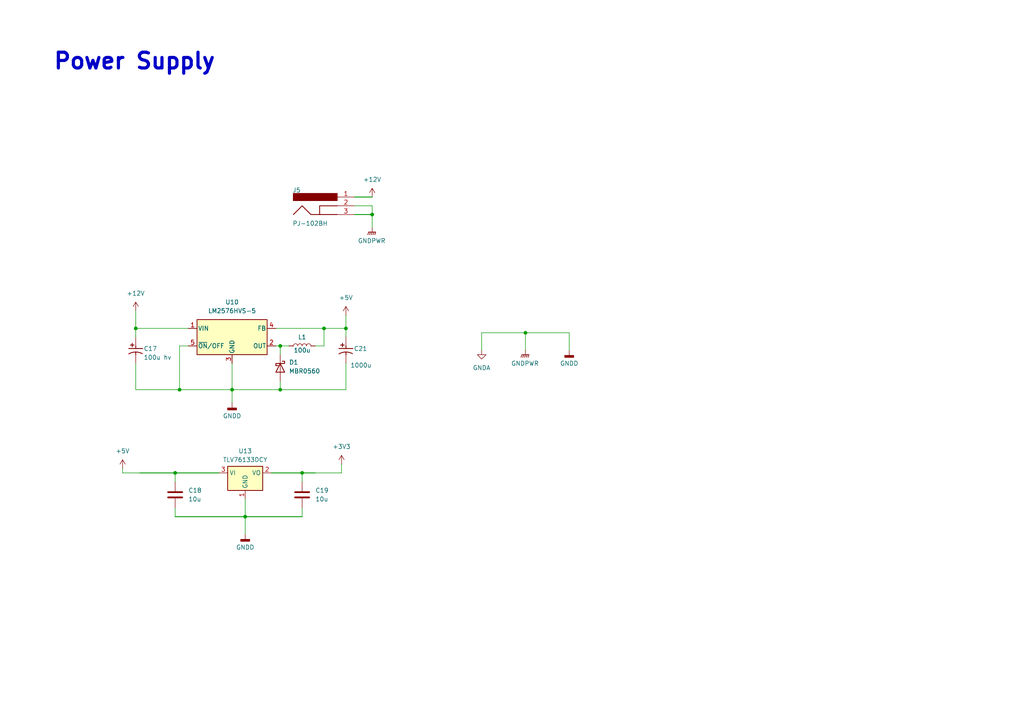
<source format=kicad_sch>
(kicad_sch (version 20250114) (generator "eeschema") (generator_version "9.0")
  (paper "A4")
  (lib_symbols
    (symbol "Device:C" (pin_numbers (hide yes)) (pin_names (offset 0.254))
      (property "Reference" "C" (at 0.635 2.54 0))
      (property "Value" "C" (at 0.635 -2.54 0))
      (symbol "C_0_1"
        (polyline (pts (xy -2.032 0.762) (xy 2.032 0.762)) (stroke (width 0.508)))
        (polyline (pts (xy -2.032 -0.762) (xy 2.032 -0.762)) (stroke (width 0.508)))
      )
      (symbol "C_1_1"
        (pin passive line (at 0 3.81 270) (length 2.794) (name "~") (number "1"))
        (pin passive line (at 0 -3.81 90) (length 2.794) (name "~") (number "2"))
      )
    )
    (symbol "Device:L" (pin_numbers (hide yes)) (pin_names (offset 1.016) (hide yes))
      (property "Reference" "L" (at -1.27 0 90))
      (property "Value" "L" (at 1.905 0 90))
      (symbol "L_0_1"
        (arc (start 0 2.54) (mid 0.6323 1.905) (end 0 1.27))
        (arc (start 0 1.27) (mid 0.6323 0.635) (end 0 0))
        (arc (start 0 0) (mid 0.6323 -0.635) (end 0 -1.27))
        (arc (start 0 -1.27) (mid 0.6323 -1.905) (end 0 -2.54))
      )
      (symbol "L_1_1"
        (pin passive line (at 0 3.81 270) (length 1.27) (name "1") (number "1"))
        (pin passive line (at 0 -3.81 90) (length 1.27) (name "2") (number "2"))
      )
    )
    (symbol "Diode:MBR0560" (pin_numbers (hide yes)) (pin_names (offset 1.016) (hide yes))
      (property "Reference" "D" (at 0 2.54 0))
      (property "Value" "MBR0560" (at 0 -2.54 0))
      (symbol "MBR0560_0_1"
        (polyline (pts (xy -1.905 0.635) (xy -1.905 1.27) (xy -1.27 1.27) (xy -1.27 -1.27) (xy -0.635 -1.27) (xy -0.635 -0.635)) (stroke (width 0.254)))
        (polyline (pts (xy 1.27 1.27) (xy 1.27 -1.27) (xy -1.27 0) (xy 1.27 1.27)) (stroke (width 0.254)))
        (polyline (pts (xy 1.27 0) (xy -1.27 0)))
      )
      (symbol "MBR0560_1_1"
        (pin passive line (at -3.81 0 0) (length 2.54) (name "K") (number "1"))
        (pin passive line (at 3.81 0 180) (length 2.54) (name "A") (number "2"))
      )
    )
    (symbol "Regulator_Linear:TLV76133DCY"
      (property "Reference" "U" (at -7.62 6.35 0))
      (property "Value" "TLV76133DCY" (at -1.27 6.35 0))
      (symbol "TLV76133DCY_0_1"
        (rectangle (start -5.08 -5.08) (end 5.08 1.905) (stroke (width 0.254)) (fill (type background)))
      )
      (symbol "TLV76133DCY_1_1"
        (pin power_in line (at -7.62 0 0) (length 2.54) (name "VI") (number "3"))
        (pin power_in line (at 0 -7.62 90) (length 2.54) (name "GND") (number "1"))
        (pin power_out line (at 7.62 0 180) (length 2.54) (name "VO") (number "2"))
      )
    )
    (symbol "Regulator_Switching:LM2576HVS-5" (pin_names (offset 0.254))
      (property "Reference" "U" (at -10.16 6.35 0))
      (property "Value" "LM2576HVS-5" (at 0 6.35 0))
      (symbol "LM2576HVS-5_0_1"
        (rectangle (start -10.16 5.08) (end 10.16 -5.08) (stroke (width 0.254)) (fill (type background)))
      )
      (symbol "LM2576HVS-5_1_1"
        (pin power_in line (at -12.7 2.54 0) (length 2.54) (name "VIN") (number "1"))
        (pin input line (at -12.7 -2.54 0) (length 2.54) (name "~{ON}/OFF") (number "5"))
        (pin power_in line (at 0 -7.62 90) (length 2.54) (name "GND") (number "3"))
        (pin input line (at 12.7 2.54 180) (length 2.54) (name "FB") (number "4"))
        (pin output line (at 12.7 -2.54 180) (length 2.54) (name "OUT") (number "2"))
      )
    )
    (symbol "UMTK-altium-import:0_JACK-2CD3-RN"
      (property "Value" "0_JACK-2CD3-RN" (at 0 0 0))
      (symbol "0_JACK-2CD3-RN_1_0"
        (polyline (pts (xy 12.7 1.016) (xy 0 1.016) (xy 0 -1.016) (xy 12.7 -1.016) (xy 12.7 1.016)) (stroke (width 0.254)))
        (rectangle (start 12.7 1.016) (end 0 -1.016) (fill (type outline)))
        (polyline (pts (xy 12.7 -2.54) (xy 7.62 -2.54) (xy 7.62 -5.08)) (stroke (width 0.254)))
        (polyline (pts (xy 12.7 -5.08) (xy 5.08 -5.08) (xy 2.54 -2.54) (xy 0 -5.08)) (stroke (width 0.254)))
        (pin passive line (at 17.78 0 180) (length 5.08) (name "1") (number "1"))
        (pin passive line (at 17.78 -2.54 180) (length 5.08) (name "2") (number "2"))
        (pin passive line (at 17.78 -5.08 180) (length 5.08) (name "3") (number "3"))
      )
    )
    (symbol "UMTK-altium-import:0_Polar Cap"
      (property "Value" "0_Polar Cap" (at 0 0 0))
      (symbol "0_Polar Cap_1_0"
        (polyline (pts (xy -2.032 -3.302) (xy 2.032 -3.302)) (stroke (width 0.254)))
        (polyline (pts (xy -1.524 -2.286) (xy -0.508 -2.286)) (stroke (width 0.254)))
        (polyline (pts (xy -1.016 -1.778) (xy -1.016 -2.794)) (stroke (width 0.254)))
        (arc (start 0 -4.318) (mid 0.9856 -4.4394) (end 1.9124 -4.7961) (stroke (width 0.254)))
        (arc (start -2.0163 -4.8535) (mid -1.0431 -4.4541) (end 0 -4.318) (stroke (width 0.254)))
        (polyline (pts (xy 0 -2.54) (xy 0 -3.302)) (stroke (width 0.254)))
        (polyline (pts (xy 0 -4.318) (xy 0 -5.08)) (stroke (width 0.254)))
        (pin passive line (at 0 0 270) (length 2.54) (name "1") (number "1"))
        (pin passive line (at 0 -7.62 90) (length 2.54) (name "2") (number "2"))
      )
    )
    (symbol "power:+12V" (power) (pin_numbers (hide yes)) (pin_names (offset 0) (hide yes))
      (property "Value" "+12V" (at 0 3.556 0))
      (symbol "+12V_0_1"
        (polyline (pts (xy -0.762 1.27) (xy 0 2.54)))
        (polyline (pts (xy 0 2.54) (xy 0.762 1.27)))
        (polyline (pts (xy 0 0) (xy 0 2.54)))
      )
      (symbol "+12V_1_1"
        (pin power_in line (at 0 0 90) (length 0) (name "~") (number "1"))
      )
    )
    (symbol "power:+3V3" (power) (pin_numbers (hide yes)) (pin_names (offset 0) (hide yes))
      (property "Value" "+3V3" (at 0 3.556 0))
      (symbol "+3V3_0_1"
        (polyline (pts (xy -0.762 1.27) (xy 0 2.54)))
        (polyline (pts (xy 0 2.54) (xy 0.762 1.27)))
        (polyline (pts (xy 0 0) (xy 0 2.54)))
      )
      (symbol "+3V3_1_1"
        (pin power_in line (at 0 0 90) (length 0) (name "~") (number "1"))
      )
    )
    (symbol "power:+5V" (power) (pin_numbers (hide yes)) (pin_names (offset 0) (hide yes))
      (property "Value" "+5V" (at 0 3.556 0))
      (symbol "+5V_0_1"
        (polyline (pts (xy -0.762 1.27) (xy 0 2.54)))
        (polyline (pts (xy 0 2.54) (xy 0.762 1.27)))
        (polyline (pts (xy 0 0) (xy 0 2.54)))
      )
      (symbol "+5V_1_1"
        (pin power_in line (at 0 0 90) (length 0) (name "~") (number "1"))
      )
    )
    (symbol "power:GNDA" (power) (pin_numbers (hide yes)) (pin_names (offset 0) (hide yes))
      (property "Value" "GNDA" (at 0 -3.81 0))
      (symbol "GNDA_0_1"
        (polyline (pts (xy 0 0) (xy 0 -1.27) (xy 1.27 -1.27) (xy 0 -2.54) (xy -1.27 -1.27) (xy 0 -1.27)))
      )
      (symbol "GNDA_1_1"
        (pin power_in line (at 0 0 270) (length 0) (name "~") (number "1"))
      )
    )
    (symbol "power:GNDD" (power) (pin_numbers (hide yes)) (pin_names (offset 0) (hide yes))
      (property "Value" "GNDD" (at 0 -3.175 0))
      (symbol "GNDD_0_1"
        (rectangle (start -1.27 -1.524) (end 1.27 -2.032) (stroke (width 0.254)) (fill (type outline)))
        (polyline (pts (xy 0 0) (xy 0 -1.524)))
      )
      (symbol "GNDD_1_1"
        (pin power_in line (at 0 0 270) (length 0) (name "~") (number "1"))
      )
    )
    (symbol "power:GNDPWR" (power) (pin_numbers (hide yes)) (pin_names (offset 0) (hide yes))
      (property "Value" "GNDPWR" (at 0 -3.302 0))
      (symbol "GNDPWR_0_1"
        (polyline (pts (xy -1.016 -1.27) (xy -1.27 -2.032) (xy -1.27 -2.032)) (stroke (width 0.2032)))
        (polyline (pts (xy -0.508 -1.27) (xy -0.762 -2.032) (xy -0.762 -2.032)) (stroke (width 0.2032)))
        (polyline (pts (xy 0 -1.27) (xy 0 0)))
        (polyline (pts (xy 0 -1.27) (xy -0.254 -2.032) (xy -0.254 -2.032)) (stroke (width 0.2032)))
        (polyline (pts (xy 0.508 -1.27) (xy 0.254 -2.032) (xy 0.254 -2.032)) (stroke (width 0.2032)))
        (polyline (pts (xy 1.016 -1.27) (xy -1.016 -1.27) (xy -1.016 -1.27)) (stroke (width 0.2032)))
        (polyline (pts (xy 1.016 -1.27) (xy 0.762 -2.032) (xy 0.762 -2.032) (xy 0.762 -2.032)) (stroke (width 0.2032)))
      )
      (symbol "GNDPWR_1_1"
        (pin power_in line (at 0 0 270) (length 0) (name "~") (number "1"))
      )
    )
  )
  (text "Power Supply" (at 15.24 20.574 0) (effects (font (size 4.572 4.572) (thickness 0.9144) (bold yes)) (justify left bottom)))
  (junction (at 87.63 137.16))
  (junction (at 71.12 149.86))
  (junction (at 67.31 113.03))
  (junction (at 39.37 95.25))
  (junction (at 100.33 95.25))
  (junction (at 50.8 137.16))
  (junction (at 52.07 113.03))
  (junction (at 152.4 96.52))
  (junction (at 81.28 100.33))
  (junction (at 93.98 95.25))
  (junction (at 81.28 113.03))
  (junction (at 107.95 62.23))
  (wire (pts (xy 78.74 137.16) (xy 87.63 137.16)) (stroke (width 0.254)))
  (wire (pts (xy 102.87 62.23) (xy 107.95 62.23)) (stroke (width 0.254)))
  (wire (pts (xy 81.28 100.33) (xy 81.28 102.87)))
  (wire (pts (xy 71.12 144.78) (xy 71.12 149.86)))
  (wire (pts (xy 39.37 105.41) (xy 39.37 113.03)))
  (wire (pts (xy 91.44 137.16) (xy 99.06 137.16)))
  (wire (pts (xy 81.28 113.03) (xy 100.33 113.03)))
  (wire (pts (xy 139.7 101.6) (xy 139.7 96.52)))
  (wire (pts (xy 87.63 137.16) (xy 91.44 137.16)) (stroke (width 0.254)))
  (wire (pts (xy 67.31 113.03) (xy 81.28 113.03)))
  (wire (pts (xy 50.8 137.16) (xy 50.8 139.7)))
  (wire (pts (xy 35.56 137.16) (xy 40.64 137.16)))
  (wire (pts (xy 107.95 57.15) (xy 102.87 57.15)) (stroke (width 0.254)))
  (wire (pts (xy 100.33 95.25) (xy 100.33 97.79)))
  (wire (pts (xy 39.37 90.17) (xy 39.37 95.25)))
  (wire (pts (xy 54.61 100.33) (xy 52.07 100.33)))
  (wire (pts (xy 40.64 137.16) (xy 50.8 137.16)) (stroke (width 0.254)))
  (wire (pts (xy 81.28 113.03) (xy 81.28 110.49)))
  (wire (pts (xy 80.01 100.33) (xy 81.28 100.33)))
  (wire (pts (xy 99.06 137.16) (xy 99.06 134.62)))
  (wire (pts (xy 107.95 59.69) (xy 107.95 62.23)))
  (wire (pts (xy 87.63 137.16) (xy 87.63 139.7)))
  (wire (pts (xy 71.12 149.86) (xy 87.63 149.86)) (stroke (width 0.254)))
  (wire (pts (xy 100.33 113.03) (xy 100.33 105.41)))
  (wire (pts (xy 81.28 100.33) (xy 83.82 100.33)))
  (wire (pts (xy 35.56 135.89) (xy 35.56 137.16)))
  (wire (pts (xy 52.07 100.33) (xy 52.07 113.03)))
  (wire (pts (xy 67.31 113.03) (xy 52.07 113.03)))
  (wire (pts (xy 67.31 113.03) (xy 67.31 116.84)))
  (wire (pts (xy 102.87 59.69) (xy 107.95 59.69)))
  (wire (pts (xy 50.8 147.32) (xy 50.8 149.86)))
  (wire (pts (xy 67.31 105.41) (xy 67.31 113.03)))
  (wire (pts (xy 50.8 137.16) (xy 63.5 137.16)) (stroke (width 0.254)))
  (wire (pts (xy 87.63 147.32) (xy 87.63 149.86)))
  (wire (pts (xy 107.95 62.23) (xy 107.95 66.04)))
  (wire (pts (xy 71.12 149.86) (xy 71.12 154.94)))
  (wire (pts (xy 139.7 96.52) (xy 152.4 96.52)))
  (wire (pts (xy 100.33 91.44) (xy 100.33 95.25)))
  (wire (pts (xy 39.37 95.25) (xy 54.61 95.25)))
  (wire (pts (xy 93.98 95.25) (xy 93.98 100.33)))
  (wire (pts (xy 39.37 97.79) (xy 39.37 95.25)))
  (wire (pts (xy 165.1 96.52) (xy 165.1 101.6)))
  (wire (pts (xy 52.07 113.03) (xy 39.37 113.03)))
  (wire (pts (xy 152.4 96.52) (xy 152.4 101.6)))
  (wire (pts (xy 50.8 149.86) (xy 71.12 149.86)) (stroke (width 0.254)))
  (wire (pts (xy 93.98 95.25) (xy 100.33 95.25)))
  (wire (pts (xy 152.4 96.52) (xy 165.1 96.52)))
  (wire (pts (xy 93.98 100.33) (xy 91.44 100.33)))
  (wire (pts (xy 80.01 95.25) (xy 93.98 95.25)))
  (symbol (lib_id "UMTK-altium-import:0_JACK-2CD3-RN") (at 85.09 57.15 0) (unit 1)
    (property "Reference" "J5" (at 84.836 55.88 0) (effects (justify left bottom)))
    (property "Value" "PJ-102BH" (at 84.836 65.532 0) (effects (justify left bottom)))
    (property "Footprint" "digikey-footprints:Barrel_Jack_5.5mmODx2.1mmID_PJ-202A" (effects (hide yes)))
    (property "Description" "Through Hole Right Angle DC Power Jack, 5 A, 2.5 mm Center Pin, 3 Position, -25 to 85 degC, RoHS, Bulk" (effects (hide yes)))
    (property "OPERATING TEMPERATURE RANGE" "-25Cto+85C" (effects (hide yes)))
    (property "OUTSIDE CONTACT DIAMETER" "6.5mm" (effects (hide yes)))
    (property "CURRENT RATING" "5A" (effects (hide yes)))
    (property "MANUFACTURER" "CUIInc." (effects (hide yes)))
    (property "MOUNTING ANGLE" "Right" (effects (hide yes)))
    (property "MOUNTING TECHNOLOGY" "ThroughHole" (effects (hide yes)))
    (property "PRODUCT CATEGORY" "DCPowerConnectors" (effects (hide yes)))
    (property "DATASHEET VERSION" "Rev. 1.02, 05/2016" (effects (hide yes)))
    (property "CONNECTOR TYPE" "DCPowerJack" (effects (hide yes)))
    (property "BRAND" "CUI" (effects (hide yes)))
    (property "CONTACT MATERIAL" "Copper" (effects (hide yes)))
    (property "HOUSING MATERIAL" "PolybutyleneTerephthalate(PBT)" (effects (hide yes)))
    (property "INSULATION RESISTANCE" "100MOhms" (effects (hide yes)))
    (property "MOUNTING STYLE" "ThroughHole" (effects (hide yes)))
    (property "INSIDE CONTACT DIAMETER" "2.5mm" (effects (hide yes)))
    (property "PRODUCT" "Jacks" (effects (hide yes)))
    (property "PACKAGE REFERENCE" "PJ-102BH" (effects (hide yes)))
    (property "MANUFACTURER URL" "http://www.cui.com/" (effects (hide yes)))
    (property "ROHS" "True" (effects (hide yes)))
    (property "CONTACT GENDER" "Male" (effects (hide yes)))
    (property "CONTACT PLATING" "Nickel" (effects (hide yes)))
    (property "FLAMMABILITY RATING" "UL94V-0" (effects (hide yes)))
    (property "FACTORY PACK QUANTITY" "280" (effects (hide yes)))
    (property "DATASHEET URL" "http://www.cui.com/product/resource/pj-102bh.pdf" (effects (hide yes)))
    (property "PACKAGE DESCRIPTION" "3-Pin Through Hole Device, Body 14.4 x 9 mm, Height 11 mm" (effects (hide yes)))
    (property "TERMINATION STYLE" "ThroughHole" (effects (hide yes)))
    (property "VOLTAGE RATING" "24V" (effects (hide yes)))
  )
  (symbol (lib_id "power:+12V") (at 107.95 57.15 0) (unit 1)
    (property "Reference" "#PWR058" (effects (hide yes)))
    (property "Value" "+12V" (at 107.95 52.07 0))
    (property "Description" "Power symbol creates a global label with name \"+12V\"" (effects (hide yes)))
  )
  (symbol (lib_id "power:GNDD") (at 67.31 116.84 0) (unit 1)
    (property "Reference" "#PWR039" (effects (hide yes)))
    (property "Value" "GNDD" (at 67.31 120.65 0))
    (property "Description" "Power symbol creates a global label with name \"GNDD\" , digital ground" (effects (hide yes)))
  )
  (symbol (lib_id "power:GNDPWR") (at 107.95 66.04 0) (unit 1)
    (property "Reference" "#PWR038" (effects (hide yes)))
    (property "Value" "GNDPWR" (at 107.823 69.85 0))
    (property "Description" "Power symbol creates a global label with name \"GNDPWR\" , global ground" (effects (hide yes)))
  )
  (symbol (lib_id "power:GNDPWR") (at 152.4 101.6 0) (unit 1)
    (property "Reference" "#PWR037" (effects (hide yes)))
    (property "Value" "GNDPWR" (at 152.273 105.41 0))
    (property "Description" "Power symbol creates a global label with name \"GNDPWR\" , global ground" (effects (hide yes)))
  )
  (symbol (lib_id "power:+3V3") (at 99.06 134.62 0) (unit 1)
    (property "Reference" "#PWR056" (effects (hide yes)))
    (property "Value" "+3V3" (at 99.06 129.54 0))
    (property "Description" "Power symbol creates a global label with name \"+3V3\"" (effects (hide yes)))
  )
  (symbol (lib_id "power:+5V") (at 100.33 91.44 0) (unit 1)
    (property "Reference" "#PWR057" (effects (hide yes)))
    (property "Value" "+5V" (at 100.33 86.36 0))
    (property "Description" "Power symbol creates a global label with name \"+5V\"" (effects (hide yes)))
  )
  (symbol (lib_id "power:GNDA") (at 139.7 101.6 0) (unit 1)
    (property "Reference" "#PWR06" (effects (hide yes)))
    (property "Value" "GNDA" (at 139.7 106.68 0))
    (property "Description" "Power symbol creates a global label with name \"GNDA\" , analog ground" (effects (hide yes)))
  )
  (symbol (lib_id "Regulator_Switching:LM2576HVS-5") (at 67.31 97.79 0) (unit 1)
    (property "Reference" "U10" (at 67.31 87.63 0))
    (property "Value" "LM2576HVS-5" (at 67.31 90.17 0))
    (property "Footprint" "Package_TO_SOT_SMD:TO-263-5_TabPin3" (effects (hide yes)))
    (property "Datasheet" "http://www.ti.com/lit/ds/symlink/lm2576.pdf" (effects (hide yes)))
    (property "Description" "5V 3A, SIMPLE SWITCHER® Step-Down Voltage Regulator, High Voltage Input, TO-263" (effects (hide yes)))
  )
  (symbol (lib_id "Device:L") (at 87.63 100.33 90) (unit 1)
    (property "Reference" "L1" (at 87.63 97.79 90))
    (property "Value" "100u" (at 87.63 101.6 90))
    (property "Footprint" "Inductor_SMD:L_Sunlord_MWSA1206S-101" (effects (hide yes)))
    (property "Description" "Inductor" (effects (hide yes)))
  )
  (symbol (lib_id "UMTK-altium-import:0_Polar Cap") (at 39.37 97.79 0) (unit 1)
    (property "Reference" "C17" (at 41.656 101.854 0) (effects (justify left bottom)))
    (property "Value" "100u hv" (at 41.656 104.394 0) (effects (justify left bottom)))
    (property "Footprint" "Capacitor_SMD:CP_Elec_10x10.5" (effects (hide yes)))
  )
  (symbol (lib_id "Regulator_Linear:TLV76133DCY") (at 71.12 137.16 0) (unit 1)
    (property "Reference" "U13" (at 71.12 130.81 0))
    (property "Value" "TLV76133DCY" (at 71.12 133.35 0))
    (property "Footprint" "Package_TO_SOT_SMD:SOT-223-3_TabPin2" (effects (hide yes)))
    (property "Datasheet" "https://www.ti.com/lit/ds/symlink/tlv761.pdf" (effects (hide yes)))
    (property "Description" "3.3V, 1A, Low Noise, High-PSRR LDO Regulator, 2.5V...16V input, SOT-223" (effects (hide yes)))
  )
  (symbol (lib_id "UMTK-altium-import:0_Polar Cap") (at 100.33 97.79 0) (unit 1)
    (property "Reference" "C21" (at 102.616 101.854 0) (effects (justify left bottom)))
    (property "Value" "1000u" (at 101.6 106.68 0) (effects (justify left bottom)))
    (property "Footprint" "Capacitor_SMD:CP_Elec_8x10.5" (effects (hide yes)))
  )
  (symbol (lib_id "Device:C") (at 50.8 143.51 180) (unit 1)
    (property "Reference" "C18" (at 54.61 142.2399 0) (effects (justify right)))
    (property "Value" "10u" (at 54.61 144.7799 0) (effects (justify right)))
    (property "Footprint" "Capacitor_SMD:C_0805_2012Metric" (effects (hide yes)))
    (property "Description" "Unpolarized capacitor" (effects (hide yes)))
  )
  (symbol (lib_id "Diode:MBR0560") (at 81.28 106.68 270) (unit 1)
    (property "Reference" "D1" (at 83.82 105.0924 90) (effects (justify left)))
    (property "Value" "MBR0560" (at 83.82 107.6324 90) (effects (justify left)))
    (property "Footprint" "Diode_SMD:D_SOD-123" (effects (hide yes)))
    (property "Datasheet" "http://www.mccsemi.com/up_pdf/MBR0520~MBR0580(SOD123).pdf" (effects (hide yes)))
    (property "Description" "60V 0.5A Schottky Power Rectifier Diode, SOD-123" (effects (hide yes)))
  )
  (symbol (lib_id "power:GNDD") (at 71.12 154.94 0) (unit 1)
    (property "Reference" "#PWR040" (effects (hide yes)))
    (property "Value" "GNDD" (at 71.12 158.75 0))
    (property "Description" "Power symbol creates a global label with name \"GNDD\" , digital ground" (effects (hide yes)))
  )
  (symbol (lib_id "power:GNDD") (at 165.1 101.6 0) (unit 1)
    (property "Reference" "#PWR036" (effects (hide yes)))
    (property "Value" "GNDD" (at 165.1 105.41 0))
    (property "Description" "Power symbol creates a global label with name \"GNDD\" , digital ground" (effects (hide yes)))
  )
  (symbol (lib_id "power:+5V") (at 35.56 135.89 0) (unit 1)
    (property "Reference" "#PWR050" (effects (hide yes)))
    (property "Value" "+5V" (at 35.56 130.81 0))
    (property "Description" "Power symbol creates a global label with name \"+5V\"" (effects (hide yes)))
  )
  (symbol (lib_id "Device:C") (at 87.63 143.51 180) (unit 1)
    (property "Reference" "C19" (at 91.44 142.2399 0) (effects (justify right)))
    (property "Value" "10u" (at 91.44 144.7799 0) (effects (justify right)))
    (property "Footprint" "Capacitor_SMD:C_0805_2012Metric" (effects (hide yes)))
    (property "Description" "Unpolarized capacitor" (effects (hide yes)))
  )
  (symbol (lib_id "power:+12V") (at 39.37 90.17 0) (unit 1)
    (property "Reference" "#PWR051" (effects (hide yes)))
    (property "Value" "+12V" (at 39.37 85.09 0))
    (property "Description" "Power symbol creates a global label with name \"+12V\"" (effects (hide yes)))
  )
)
</source>
